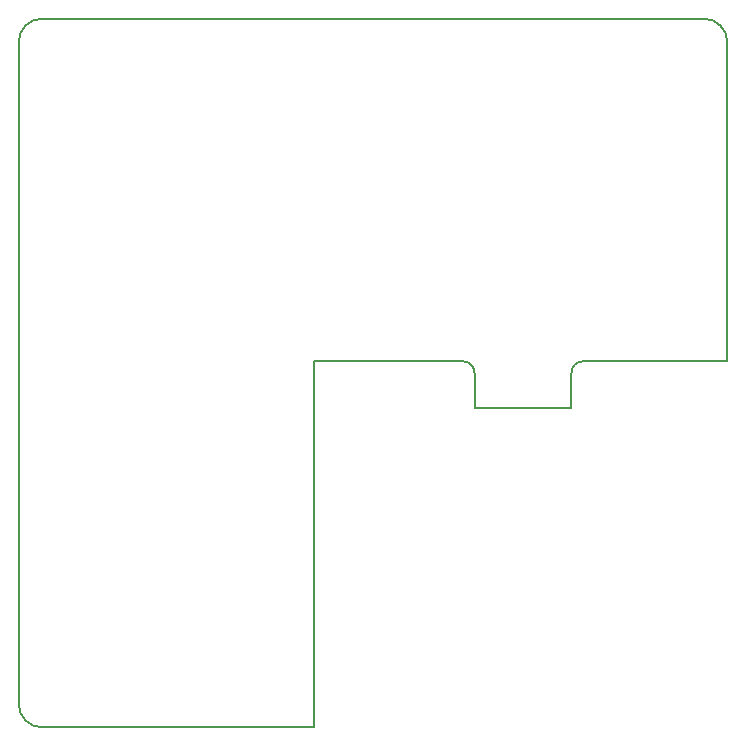
<source format=gm1>
%TF.GenerationSoftware,KiCad,Pcbnew,4.0.7*%
%TF.CreationDate,2018-04-21T17:07:48+08:00*%
%TF.ProjectId,VESC_6,564553435F362E6B696361645F706362,rev?*%
%TF.FileFunction,Profile,NP*%
%FSLAX46Y46*%
G04 Gerber Fmt 4.6, Leading zero omitted, Abs format (unit mm)*
G04 Created by KiCad (PCBNEW 4.0.7) date 2018 April 21, Saturday 17:07:48*
%MOMM*%
%LPD*%
G01*
G04 APERTURE LIST*
%ADD10C,0.100000*%
%ADD11C,0.150000*%
G04 APERTURE END LIST*
D10*
D11*
X152600000Y-84000000D02*
X140000000Y-84000000D01*
X153600000Y-88000000D02*
X153600000Y-85000000D01*
X161800000Y-85000000D02*
X161800000Y-88000000D01*
X175000000Y-84000000D02*
X162800000Y-84000000D01*
X153600000Y-85000000D02*
G75*
G03X152600000Y-84000000I-1000000J0D01*
G01*
X162800000Y-84000000D02*
G75*
G03X161800000Y-85000000I0J-1000000D01*
G01*
X161800000Y-88000000D02*
X153600000Y-88000000D01*
X175000000Y-57000000D02*
X175000000Y-84000000D01*
X175000000Y-57000000D02*
G75*
G03X173000000Y-55000000I-2000000J0D01*
G01*
X140000000Y-115000000D02*
X140000000Y-84000000D01*
X115000000Y-113000000D02*
X115000000Y-57000000D01*
X173000000Y-55000000D02*
X117000000Y-55000000D01*
X140000000Y-115000000D02*
X117000000Y-115000000D01*
X115000000Y-113000000D02*
G75*
G03X117000000Y-115000000I2000000J0D01*
G01*
X117000000Y-55000000D02*
G75*
G03X115000000Y-57000000I0J-2000000D01*
G01*
M02*

</source>
